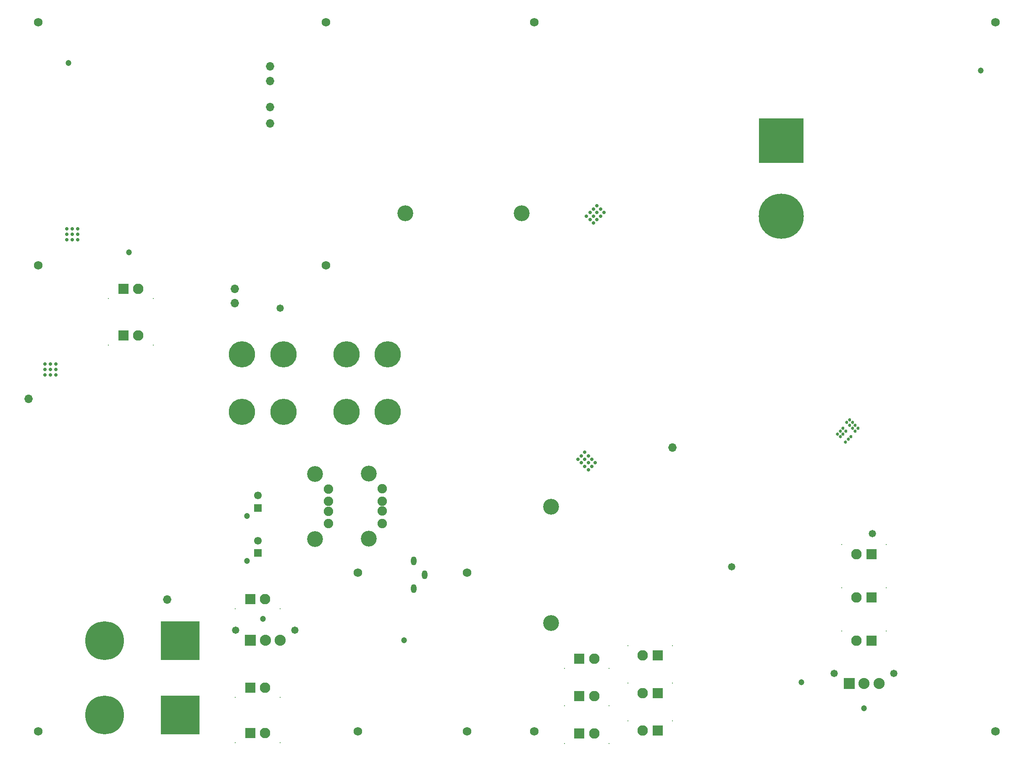
<source format=gbs>
G04*
G04 #@! TF.GenerationSoftware,Altium Limited,Altium Designer,22.11.1 (43)*
G04*
G04 Layer_Color=16711935*
%FSLAX25Y25*%
%MOIN*%
G70*
G04*
G04 #@! TF.SameCoordinates,E00A9952-D2AD-4094-941F-04495088175D*
G04*
G04*
G04 #@! TF.FilePolarity,Negative*
G04*
G01*
G75*
%ADD179C,0.07493*%
%ADD180C,0.12611*%
%ADD181C,0.02473*%
%ADD182O,0.06706X0.06706*%
%ADD183O,0.04343X0.07099*%
%ADD184R,0.08300X0.08300*%
%ADD185C,0.08300*%
%ADD186C,0.00800*%
%ADD187C,0.04737*%
%ADD188R,0.30800X0.30800*%
%ADD189C,0.30800*%
%ADD190C,0.35800*%
%ADD191R,0.35800X0.35800*%
%ADD192C,0.20800*%
%ADD193C,0.06800*%
%ADD194C,0.05800*%
%ADD195C,0.08800*%
%ADD196R,0.08800X0.08800*%
%ADD197C,0.04724*%
%ADD198C,0.06102*%
%ADD199R,0.06102X0.06102*%
%ADD200C,0.02769*%
D179*
X246083Y206299D02*
D03*
Y188583D02*
D03*
Y196457D02*
D03*
Y178740D02*
D03*
X288950Y178920D02*
D03*
Y196637D02*
D03*
Y188763D02*
D03*
Y206480D02*
D03*
D180*
X235413Y218386D02*
D03*
Y166654D02*
D03*
X278281Y166834D02*
D03*
Y218566D02*
D03*
X307087Y425197D02*
D03*
X399606D02*
D03*
X422835Y192323D02*
D03*
Y99803D02*
D03*
D181*
X654645Y254433D02*
D03*
X656872Y252206D02*
D03*
X654645Y249979D02*
D03*
X652418Y252206D02*
D03*
Y247752D02*
D03*
X650191Y249979D02*
D03*
X656594Y243576D02*
D03*
X658821Y245803D02*
D03*
X661048Y248030D02*
D03*
X664291Y252387D02*
D03*
X662064Y254614D02*
D03*
X659837Y256841D02*
D03*
X657610Y259068D02*
D03*
X666518Y254614D02*
D03*
X664291Y256841D02*
D03*
X662064Y259068D02*
D03*
X659837Y261295D02*
D03*
D182*
X200000Y541732D02*
D03*
Y530315D02*
D03*
Y496457D02*
D03*
X172047Y365354D02*
D03*
Y353937D02*
D03*
X200000Y509449D02*
D03*
X8268Y277953D02*
D03*
X118110Y118504D02*
D03*
X519291Y239370D02*
D03*
D183*
X313976Y149213D02*
D03*
Y127165D02*
D03*
X322441Y138189D02*
D03*
D184*
X83474Y365354D02*
D03*
X507480Y74154D02*
D03*
Y44360D02*
D03*
X445276Y41860D02*
D03*
X184163Y12598D02*
D03*
Y48504D02*
D03*
X445276Y71653D02*
D03*
X445276Y12067D02*
D03*
X677160Y120201D02*
D03*
Y154567D02*
D03*
Y85835D02*
D03*
X83474Y328346D02*
D03*
X507480Y14567D02*
D03*
X184163Y118898D02*
D03*
D185*
X95274Y365354D02*
D03*
X495680Y74154D02*
D03*
Y44360D02*
D03*
X457076Y41860D02*
D03*
X195963Y12598D02*
D03*
Y48504D02*
D03*
X457076Y71653D02*
D03*
X457076Y12067D02*
D03*
X665360Y120201D02*
D03*
Y154567D02*
D03*
Y85835D02*
D03*
X95274Y328346D02*
D03*
X495680Y14567D02*
D03*
X195963Y118898D02*
D03*
D186*
X71674Y357654D02*
D03*
X107074D02*
D03*
X483880Y81853D02*
D03*
X519280D02*
D03*
Y52060D02*
D03*
X483880D02*
D03*
X433476Y34160D02*
D03*
X468876D02*
D03*
X172363Y4898D02*
D03*
X207763D02*
D03*
Y40804D02*
D03*
X172363D02*
D03*
X433476Y63954D02*
D03*
X468876D02*
D03*
Y4367D02*
D03*
X433476D02*
D03*
X653560Y127901D02*
D03*
X688960D02*
D03*
X653560Y162267D02*
D03*
X688960D02*
D03*
X653560Y93535D02*
D03*
X688960D02*
D03*
X71674Y320647D02*
D03*
X107074D02*
D03*
X519280Y22267D02*
D03*
X483880D02*
D03*
X172363Y111198D02*
D03*
X207763D02*
D03*
D187*
X671260Y32283D02*
D03*
X194095Y103150D02*
D03*
X763779Y538583D02*
D03*
X87795Y394094D02*
D03*
X39764Y544488D02*
D03*
X621654Y52756D02*
D03*
X306299Y86221D02*
D03*
D188*
X128425Y26772D02*
D03*
Y85827D02*
D03*
D189*
X68425Y26772D02*
D03*
Y85827D02*
D03*
D190*
X605512Y422756D02*
D03*
D191*
Y482756D02*
D03*
D192*
X293233Y267717D02*
D03*
X260433D02*
D03*
X177633D02*
D03*
X210433D02*
D03*
Y313386D02*
D03*
X177633D02*
D03*
X260433D02*
D03*
X293233D02*
D03*
D193*
X269685Y139764D02*
D03*
Y13780D02*
D03*
X356299D02*
D03*
Y139764D02*
D03*
X409449Y576772D02*
D03*
X775591D02*
D03*
X15748D02*
D03*
Y383858D02*
D03*
Y13780D02*
D03*
X775591D02*
D03*
X409449D02*
D03*
X244094Y383858D02*
D03*
Y576772D02*
D03*
D194*
X694882Y59842D02*
D03*
X647638D02*
D03*
X219685Y94095D02*
D03*
X172441D02*
D03*
X207874Y350000D02*
D03*
X677953Y170866D02*
D03*
X566142Y144615D02*
D03*
D195*
X683071Y51968D02*
D03*
X671260D02*
D03*
X207874Y86221D02*
D03*
X196063D02*
D03*
D196*
X659449Y51968D02*
D03*
X184252Y86221D02*
D03*
D197*
X181496Y149213D02*
D03*
Y185039D02*
D03*
D198*
X190157Y165354D02*
D03*
Y201181D02*
D03*
D199*
Y155512D02*
D03*
Y191339D02*
D03*
D200*
X29823Y305512D02*
D03*
Y301181D02*
D03*
Y296850D02*
D03*
X25492Y305512D02*
D03*
Y301181D02*
D03*
Y296850D02*
D03*
X21161Y305512D02*
D03*
Y301181D02*
D03*
Y296850D02*
D03*
X47146Y412992D02*
D03*
Y408661D02*
D03*
Y404331D02*
D03*
X42815Y412992D02*
D03*
Y408661D02*
D03*
Y404331D02*
D03*
X38484Y412992D02*
D03*
Y408661D02*
D03*
Y404331D02*
D03*
X453792Y420208D02*
D03*
X451009Y422992D02*
D03*
X456576Y417424D02*
D03*
X459360Y420208D02*
D03*
X462144Y422992D02*
D03*
X464928Y425775D02*
D03*
X459360Y431343D02*
D03*
X462144Y428559D02*
D03*
X456576Y428559D02*
D03*
X459360Y425775D02*
D03*
X453792D02*
D03*
X456576Y422992D02*
D03*
X455212Y224280D02*
D03*
X452428Y221496D02*
D03*
X457996Y227064D02*
D03*
X455212Y229848D02*
D03*
X452428Y232631D02*
D03*
X449644Y235415D02*
D03*
X444077Y229848D02*
D03*
X446861Y232631D02*
D03*
X446861Y227064D02*
D03*
X449645Y229848D02*
D03*
X449645Y224280D02*
D03*
X452428Y227064D02*
D03*
M02*

</source>
